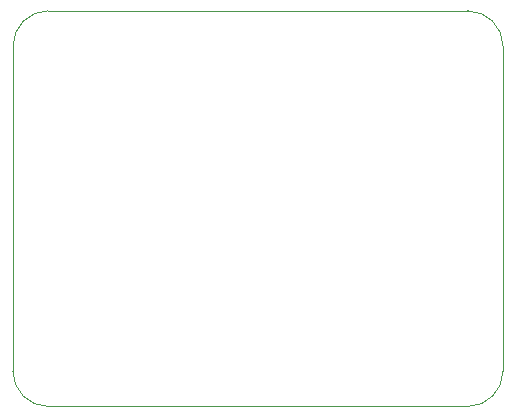
<source format=gm1>
G04 #@! TF.GenerationSoftware,KiCad,Pcbnew,7.0.9*
G04 #@! TF.CreationDate,2024-07-28T13:17:23+09:00*
G04 #@! TF.ProjectId,esp32ble_module,65737033-3262-46c6-955f-6d6f64756c65,rev?*
G04 #@! TF.SameCoordinates,Original*
G04 #@! TF.FileFunction,Profile,NP*
%FSLAX46Y46*%
G04 Gerber Fmt 4.6, Leading zero omitted, Abs format (unit mm)*
G04 Created by KiCad (PCBNEW 7.0.9) date 2024-07-28 13:17:23*
%MOMM*%
%LPD*%
G01*
G04 APERTURE LIST*
G04 #@! TA.AperFunction,Profile*
%ADD10C,0.100000*%
G04 #@! TD*
G04 APERTURE END LIST*
D10*
X163000000Y-73000000D02*
G75*
G03*
X166000000Y-70000000I0J3000000D01*
G01*
X166000000Y-42500000D02*
G75*
G03*
X163000000Y-39500000I-3000000J0D01*
G01*
X127500000Y-73000000D02*
X163000000Y-73000000D01*
X166000000Y-70000000D02*
X166000000Y-42500000D01*
X124500000Y-42500000D02*
X124500000Y-70000000D01*
X127500000Y-39500000D02*
G75*
G03*
X124500000Y-42500000I0J-3000000D01*
G01*
X163000000Y-39500000D02*
X127500000Y-39500000D01*
X124500000Y-70000000D02*
G75*
G03*
X127500000Y-73000000I3000000J0D01*
G01*
M02*

</source>
